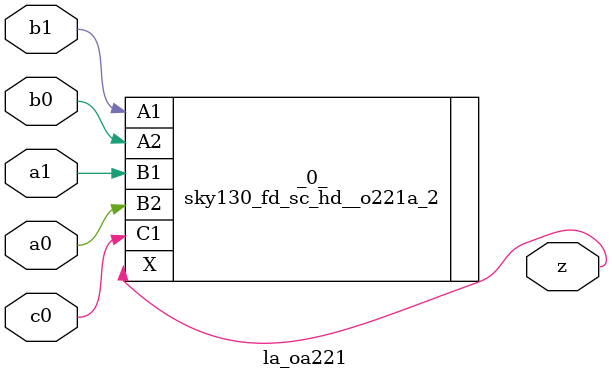
<source format=v>

module la_oa221(a0, a1, b0, b1, c0, z);
  input a0;
  input a1;
  input b0;
  input b1;
  input c0;
  output z;
  sky130_fd_sc_hd__o221a_2 _0_ (
    .A1(b1),
    .A2(b0),
    .B1(a1),
    .B2(a0),
    .C1(c0),
    .X(z)
  );
endmodule

</source>
